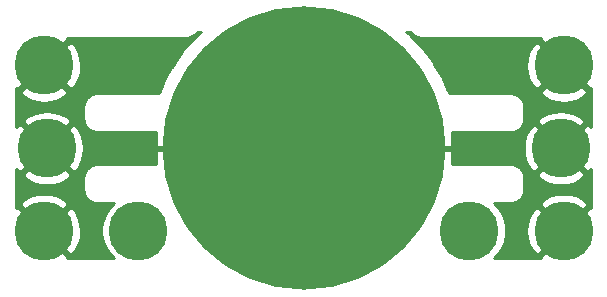
<source format=gbl>
G04 #@! TF.GenerationSoftware,KiCad,Pcbnew,5.1.9+dfsg1-1*
G04 #@! TF.CreationDate,2023-03-08T14:18:00+09:00*
G04 #@! TF.ProjectId,mid,6d69642e-6b69-4636-9164-5f7063625858,rev?*
G04 #@! TF.SameCoordinates,Original*
G04 #@! TF.FileFunction,Copper,L2,Bot*
G04 #@! TF.FilePolarity,Positive*
%FSLAX46Y46*%
G04 Gerber Fmt 4.6, Leading zero omitted, Abs format (unit mm)*
G04 Created by KiCad (PCBNEW 5.1.9+dfsg1-1) date 2023-03-08 14:18:00*
%MOMM*%
%LPD*%
G01*
G04 APERTURE LIST*
G04 #@! TA.AperFunction,ComponentPad*
%ADD10C,5.000000*%
G04 #@! TD*
G04 #@! TA.AperFunction,ComponentPad*
%ADD11C,24.000000*%
G04 #@! TD*
G04 #@! TA.AperFunction,ComponentPad*
%ADD12C,3.500000*%
G04 #@! TD*
G04 #@! TA.AperFunction,Conductor*
%ADD13C,0.254000*%
G04 #@! TD*
G04 #@! TA.AperFunction,Conductor*
%ADD14C,0.100000*%
G04 #@! TD*
G04 APERTURE END LIST*
D10*
X197000000Y-113000000D03*
X153000000Y-127000000D03*
X189000000Y-127000000D03*
X153000000Y-113000000D03*
X153250000Y-120000000D03*
X196750000Y-120000000D03*
X161000000Y-127000000D03*
X197000000Y-127000000D03*
D11*
X175000000Y-120000000D03*
D12*
X180656854Y-114343146D03*
X169343146Y-114343146D03*
X169343146Y-125656854D03*
X180656854Y-125656854D03*
D13*
X165601988Y-110789287D02*
X165579521Y-110812340D01*
X165556661Y-110835149D01*
X165550559Y-110842055D01*
X164633849Y-111894274D01*
X164614078Y-111919705D01*
X164593917Y-111944903D01*
X164588630Y-111952437D01*
X164588623Y-111952446D01*
X164588618Y-111952455D01*
X163794915Y-113100294D01*
X163778109Y-113127759D01*
X163760876Y-113155058D01*
X163756456Y-113163144D01*
X163095643Y-114392312D01*
X163081995Y-114421496D01*
X163067920Y-114450531D01*
X163064429Y-114459059D01*
X162710955Y-115340002D01*
X157467581Y-115340000D01*
X157439671Y-115342749D01*
X157436692Y-115342728D01*
X157427521Y-115343627D01*
X157379344Y-115348690D01*
X157370617Y-115349550D01*
X157370326Y-115349638D01*
X157330472Y-115353827D01*
X157271853Y-115365860D01*
X157213115Y-115377064D01*
X157204293Y-115379728D01*
X157111074Y-115408584D01*
X157055936Y-115431762D01*
X157000462Y-115454175D01*
X156992333Y-115458498D01*
X156992329Y-115458500D01*
X156992326Y-115458502D01*
X156906488Y-115504915D01*
X156856912Y-115538355D01*
X156806843Y-115571119D01*
X156799702Y-115576943D01*
X156724513Y-115639145D01*
X156682360Y-115681594D01*
X156639628Y-115723439D01*
X156633754Y-115730540D01*
X156572078Y-115806161D01*
X156538987Y-115855966D01*
X156505173Y-115905350D01*
X156500791Y-115913456D01*
X156454979Y-115999617D01*
X156432190Y-116054909D01*
X156408621Y-116109898D01*
X156405896Y-116118701D01*
X156377691Y-116212119D01*
X156366066Y-116270826D01*
X156353634Y-116329316D01*
X156352672Y-116338470D01*
X156352671Y-116338476D01*
X156352671Y-116338481D01*
X156343149Y-116435598D01*
X156343149Y-116435608D01*
X156340000Y-116467581D01*
X156339999Y-117526159D01*
X156342748Y-117554069D01*
X156342727Y-117557049D01*
X156343626Y-117566220D01*
X156348690Y-117614404D01*
X156349549Y-117623123D01*
X156349637Y-117623414D01*
X156353826Y-117663268D01*
X156365860Y-117721893D01*
X156377063Y-117780625D01*
X156379727Y-117789447D01*
X156408583Y-117882666D01*
X156431766Y-117937816D01*
X156454174Y-117993278D01*
X156458501Y-118001414D01*
X156504913Y-118087252D01*
X156538361Y-118136839D01*
X156571118Y-118186897D01*
X156576942Y-118194038D01*
X156639144Y-118269227D01*
X156681593Y-118311380D01*
X156723438Y-118354112D01*
X156730539Y-118359986D01*
X156806159Y-118421662D01*
X156856024Y-118454793D01*
X156905349Y-118488566D01*
X156913444Y-118492943D01*
X156913447Y-118492945D01*
X156913450Y-118492946D01*
X156913455Y-118492949D01*
X156999616Y-118538761D01*
X157054908Y-118561550D01*
X157109897Y-118585119D01*
X157118700Y-118587844D01*
X157212118Y-118616049D01*
X157270825Y-118627674D01*
X157329315Y-118640106D01*
X157338469Y-118641068D01*
X157338475Y-118641069D01*
X157338480Y-118641069D01*
X157435597Y-118650591D01*
X157467580Y-118653741D01*
X162473956Y-118653741D01*
X162463258Y-119873000D01*
X174693392Y-119873000D01*
X174806251Y-119985859D01*
X174985859Y-119806251D01*
X174873000Y-119693392D01*
X174873000Y-110127000D01*
X175127000Y-110127000D01*
X175127000Y-119693392D01*
X175014141Y-119806251D01*
X175193749Y-119985859D01*
X175306608Y-119873000D01*
X187536742Y-119873000D01*
X187526099Y-118660000D01*
X192532419Y-118660000D01*
X192560329Y-118657251D01*
X192563308Y-118657272D01*
X192572479Y-118656373D01*
X192620648Y-118651310D01*
X192629383Y-118650450D01*
X192629674Y-118650362D01*
X192669527Y-118646173D01*
X192728152Y-118634139D01*
X192786884Y-118622936D01*
X192795706Y-118620272D01*
X192888925Y-118591416D01*
X192944075Y-118568233D01*
X192999537Y-118545825D01*
X193007666Y-118541502D01*
X193007670Y-118541500D01*
X193007673Y-118541498D01*
X193093511Y-118495086D01*
X193143098Y-118461638D01*
X193193156Y-118428881D01*
X193200297Y-118423057D01*
X193275486Y-118360855D01*
X193317639Y-118318406D01*
X193360371Y-118276561D01*
X193366245Y-118269460D01*
X193427921Y-118193840D01*
X193461052Y-118143975D01*
X193494825Y-118094650D01*
X193499208Y-118086544D01*
X193545020Y-118000383D01*
X193567809Y-117945091D01*
X193591378Y-117890102D01*
X193594103Y-117881299D01*
X193619599Y-117796852D01*
X194726457Y-117796852D01*
X196750000Y-119820395D01*
X198773543Y-117796852D01*
X198497373Y-117378882D01*
X197952443Y-117088351D01*
X197361304Y-116909713D01*
X196746672Y-116849832D01*
X196132169Y-116911010D01*
X195541408Y-117090897D01*
X195002627Y-117378882D01*
X194726457Y-117796852D01*
X193619599Y-117796852D01*
X193622308Y-117787881D01*
X193633933Y-117729174D01*
X193646365Y-117670684D01*
X193647327Y-117661530D01*
X193647328Y-117661524D01*
X193647328Y-117661519D01*
X193656850Y-117564402D01*
X193660000Y-117532419D01*
X193660000Y-116467581D01*
X193657251Y-116439671D01*
X193657272Y-116436693D01*
X193656373Y-116427522D01*
X193651311Y-116379360D01*
X193650450Y-116370617D01*
X193650362Y-116370325D01*
X193646173Y-116330473D01*
X193634140Y-116271854D01*
X193622936Y-116213116D01*
X193620272Y-116204294D01*
X193591416Y-116111075D01*
X193568238Y-116055937D01*
X193545825Y-116000463D01*
X193541498Y-115992327D01*
X193495085Y-115906489D01*
X193461645Y-115856913D01*
X193428881Y-115806844D01*
X193423057Y-115799703D01*
X193360855Y-115724514D01*
X193318406Y-115682361D01*
X193276561Y-115639629D01*
X193269460Y-115633755D01*
X193193839Y-115572079D01*
X193144034Y-115538988D01*
X193094650Y-115505174D01*
X193086544Y-115500792D01*
X193000383Y-115454980D01*
X192945091Y-115432191D01*
X192890102Y-115408622D01*
X192881299Y-115405897D01*
X192787881Y-115377692D01*
X192729174Y-115366067D01*
X192670684Y-115353635D01*
X192661530Y-115352673D01*
X192661524Y-115352672D01*
X192661519Y-115352672D01*
X192564402Y-115343150D01*
X192532419Y-115340000D01*
X187304534Y-115340000D01*
X187257292Y-115210467D01*
X187254150Y-115203148D01*
X194976457Y-115203148D01*
X195252627Y-115621118D01*
X195797557Y-115911649D01*
X196388696Y-116090287D01*
X197003328Y-116150168D01*
X197617831Y-116088990D01*
X198208592Y-115909103D01*
X198747373Y-115621118D01*
X199023543Y-115203148D01*
X197000000Y-113179605D01*
X194976457Y-115203148D01*
X187254150Y-115203148D01*
X187248720Y-115190502D01*
X187241061Y-115170140D01*
X187237281Y-115161735D01*
X186656080Y-113892983D01*
X186641036Y-113864464D01*
X186626394Y-113835742D01*
X186621702Y-113827811D01*
X186126068Y-113003328D01*
X193849832Y-113003328D01*
X193911010Y-113617831D01*
X194090897Y-114208592D01*
X194378882Y-114747373D01*
X194796852Y-115023543D01*
X196820395Y-113000000D01*
X194796852Y-110976457D01*
X194378882Y-111252627D01*
X194088351Y-111797557D01*
X193909713Y-112388696D01*
X193849832Y-113003328D01*
X186126068Y-113003328D01*
X185902696Y-112631752D01*
X185884592Y-112605125D01*
X185866815Y-112578176D01*
X185861267Y-112570817D01*
X185013419Y-111462359D01*
X184992438Y-111437890D01*
X184971789Y-111413117D01*
X184965466Y-111406434D01*
X184965456Y-111406423D01*
X184965447Y-111406414D01*
X183999332Y-110399382D01*
X183975748Y-110377399D01*
X183952472Y-110355087D01*
X183945432Y-110349140D01*
X183678698Y-110127000D01*
X183969053Y-110127000D01*
X184207586Y-110347112D01*
X184229194Y-110365019D01*
X184236233Y-110372059D01*
X184243394Y-110377859D01*
X184311525Y-110432251D01*
X184358835Y-110462977D01*
X184405349Y-110494825D01*
X184413455Y-110499208D01*
X184499616Y-110545020D01*
X184554908Y-110567809D01*
X184609897Y-110591378D01*
X184618700Y-110594103D01*
X184712118Y-110622308D01*
X184770825Y-110633933D01*
X184829315Y-110646365D01*
X184838469Y-110647327D01*
X184838475Y-110647328D01*
X184838480Y-110647328D01*
X184935597Y-110656850D01*
X184967580Y-110660000D01*
X195066881Y-110660000D01*
X194976457Y-110796852D01*
X197000000Y-112820395D01*
X197014143Y-112806253D01*
X197193748Y-112985858D01*
X197179605Y-113000000D01*
X199203148Y-115023543D01*
X199339999Y-114933120D01*
X199340000Y-118232066D01*
X198953148Y-117976457D01*
X196929605Y-120000000D01*
X198953148Y-122023543D01*
X199340000Y-121767934D01*
X199340001Y-125066881D01*
X199203148Y-124976457D01*
X197179605Y-127000000D01*
X197193748Y-127014143D01*
X197014143Y-127193748D01*
X197000000Y-127179605D01*
X194976457Y-129203148D01*
X195066881Y-129340000D01*
X191093560Y-129340000D01*
X191435114Y-128998446D01*
X191778201Y-128484979D01*
X192014524Y-127914446D01*
X192135000Y-127308771D01*
X192135000Y-127003328D01*
X193849832Y-127003328D01*
X193911010Y-127617831D01*
X194090897Y-128208592D01*
X194378882Y-128747373D01*
X194796852Y-129023543D01*
X196820395Y-127000000D01*
X194796852Y-124976457D01*
X194378882Y-125252627D01*
X194088351Y-125797557D01*
X193909713Y-126388696D01*
X193849832Y-127003328D01*
X192135000Y-127003328D01*
X192135000Y-126691229D01*
X192014524Y-126085554D01*
X191778201Y-125515021D01*
X191435114Y-125001554D01*
X191230412Y-124796852D01*
X194976457Y-124796852D01*
X197000000Y-126820395D01*
X199023543Y-124796852D01*
X198747373Y-124378882D01*
X198202443Y-124088351D01*
X197611304Y-123909713D01*
X196996672Y-123849832D01*
X196382169Y-123911010D01*
X195791408Y-124090897D01*
X195252627Y-124378882D01*
X194976457Y-124796852D01*
X191230412Y-124796852D01*
X191093559Y-124659999D01*
X192532418Y-124660000D01*
X192560328Y-124657251D01*
X192563308Y-124657272D01*
X192572479Y-124656373D01*
X192620663Y-124651309D01*
X192629382Y-124650450D01*
X192629673Y-124650362D01*
X192669527Y-124646173D01*
X192728152Y-124634139D01*
X192786884Y-124622936D01*
X192795706Y-124620272D01*
X192888925Y-124591416D01*
X192944075Y-124568233D01*
X192999537Y-124545825D01*
X193007666Y-124541502D01*
X193007670Y-124541500D01*
X193007673Y-124541498D01*
X193093511Y-124495086D01*
X193143098Y-124461638D01*
X193193156Y-124428881D01*
X193200297Y-124423057D01*
X193275486Y-124360855D01*
X193317639Y-124318406D01*
X193360371Y-124276561D01*
X193366245Y-124269460D01*
X193427921Y-124193840D01*
X193461052Y-124143975D01*
X193494825Y-124094650D01*
X193499208Y-124086544D01*
X193545020Y-124000383D01*
X193567809Y-123945091D01*
X193591378Y-123890102D01*
X193594103Y-123881299D01*
X193622308Y-123787881D01*
X193633933Y-123729174D01*
X193646365Y-123670684D01*
X193647327Y-123661530D01*
X193647328Y-123661524D01*
X193647328Y-123661519D01*
X193656850Y-123564402D01*
X193660000Y-123532419D01*
X193660000Y-122467580D01*
X193657251Y-122439670D01*
X193657272Y-122436692D01*
X193656373Y-122427521D01*
X193651311Y-122379359D01*
X193650450Y-122370616D01*
X193650362Y-122370324D01*
X193646173Y-122330472D01*
X193634137Y-122271838D01*
X193622936Y-122213115D01*
X193620272Y-122204293D01*
X193619918Y-122203148D01*
X194726457Y-122203148D01*
X195002627Y-122621118D01*
X195547557Y-122911649D01*
X196138696Y-123090287D01*
X196753328Y-123150168D01*
X197367831Y-123088990D01*
X197958592Y-122909103D01*
X198497373Y-122621118D01*
X198773543Y-122203148D01*
X196750000Y-120179605D01*
X194726457Y-122203148D01*
X193619918Y-122203148D01*
X193591416Y-122111074D01*
X193568238Y-122055936D01*
X193545825Y-122000462D01*
X193541498Y-121992326D01*
X193495085Y-121906488D01*
X193461645Y-121856912D01*
X193428881Y-121806843D01*
X193423057Y-121799702D01*
X193360855Y-121724513D01*
X193318406Y-121682360D01*
X193276561Y-121639628D01*
X193269460Y-121633754D01*
X193193839Y-121572078D01*
X193144034Y-121538987D01*
X193094650Y-121505173D01*
X193086544Y-121500791D01*
X193000383Y-121454979D01*
X192945091Y-121432190D01*
X192890102Y-121408621D01*
X192881299Y-121405896D01*
X192787881Y-121377691D01*
X192729174Y-121366066D01*
X192670684Y-121353634D01*
X192661530Y-121352672D01*
X192661524Y-121352671D01*
X192661519Y-121352671D01*
X192564402Y-121343149D01*
X192564401Y-121343149D01*
X192532418Y-121339999D01*
X187526099Y-121340000D01*
X187536742Y-120127000D01*
X175306608Y-120127000D01*
X175193749Y-120014141D01*
X175014141Y-120193749D01*
X175127000Y-120306608D01*
X175127000Y-129873000D01*
X174873000Y-129873000D01*
X174873000Y-120306608D01*
X174985859Y-120193749D01*
X174806251Y-120014141D01*
X174693392Y-120127000D01*
X162463258Y-120127000D01*
X162474027Y-121354360D01*
X157469339Y-121346774D01*
X157440448Y-121349575D01*
X157436692Y-121349549D01*
X157427521Y-121350448D01*
X157380763Y-121355362D01*
X157372361Y-121356177D01*
X157372013Y-121356282D01*
X157330472Y-121360648D01*
X157271853Y-121372681D01*
X157213115Y-121383885D01*
X157204293Y-121386549D01*
X157111074Y-121415405D01*
X157055936Y-121438583D01*
X157000462Y-121460996D01*
X156992333Y-121465319D01*
X156992329Y-121465321D01*
X156992326Y-121465323D01*
X156906488Y-121511736D01*
X156856912Y-121545176D01*
X156806843Y-121577940D01*
X156799702Y-121583764D01*
X156724513Y-121645966D01*
X156682360Y-121688415D01*
X156639628Y-121730260D01*
X156633754Y-121737361D01*
X156572078Y-121812982D01*
X156538987Y-121862787D01*
X156505173Y-121912171D01*
X156500791Y-121920277D01*
X156454979Y-122006438D01*
X156432190Y-122061730D01*
X156408621Y-122116719D01*
X156405896Y-122125522D01*
X156377691Y-122218940D01*
X156366066Y-122277647D01*
X156353634Y-122336137D01*
X156352672Y-122345291D01*
X156352671Y-122345297D01*
X156352671Y-122345302D01*
X156343149Y-122442419D01*
X156339999Y-122474403D01*
X156340000Y-123539239D01*
X156342652Y-123566163D01*
X156342633Y-123568374D01*
X156343519Y-123577547D01*
X156348695Y-123627522D01*
X156349550Y-123636203D01*
X156349617Y-123636424D01*
X156353572Y-123674610D01*
X156365506Y-123733197D01*
X156376631Y-123792002D01*
X156379281Y-123800828D01*
X156407996Y-123894091D01*
X156431096Y-123949277D01*
X156453417Y-124004767D01*
X156457731Y-124012910D01*
X156504014Y-124098818D01*
X156537374Y-124148438D01*
X156570066Y-124198564D01*
X156575880Y-124205714D01*
X156637968Y-124280998D01*
X156680318Y-124323181D01*
X156722140Y-124366018D01*
X156729232Y-124371902D01*
X156804759Y-124433691D01*
X156854530Y-124466868D01*
X156903838Y-124500740D01*
X156911937Y-124505135D01*
X156998028Y-124551078D01*
X157053300Y-124573957D01*
X157108246Y-124597606D01*
X157117045Y-124600344D01*
X157210420Y-124628690D01*
X157269079Y-124640397D01*
X157327572Y-124652924D01*
X157336733Y-124653900D01*
X157336739Y-124653901D01*
X157336745Y-124653901D01*
X157433838Y-124663570D01*
X157433839Y-124663570D01*
X157465822Y-124666769D01*
X158897501Y-124668939D01*
X158564886Y-125001554D01*
X158221799Y-125515021D01*
X157985476Y-126085554D01*
X157865000Y-126691229D01*
X157865000Y-127308771D01*
X157985476Y-127914446D01*
X158221799Y-128484979D01*
X158564886Y-128998446D01*
X158906440Y-129340000D01*
X154933119Y-129340000D01*
X155023543Y-129203148D01*
X153000000Y-127179605D01*
X152985858Y-127193748D01*
X152806253Y-127014143D01*
X152820395Y-127000000D01*
X153179605Y-127000000D01*
X155203148Y-129023543D01*
X155621118Y-128747373D01*
X155911649Y-128202443D01*
X156090287Y-127611304D01*
X156150168Y-126996672D01*
X156088990Y-126382169D01*
X155909103Y-125791408D01*
X155621118Y-125252627D01*
X155203148Y-124976457D01*
X153179605Y-127000000D01*
X152820395Y-127000000D01*
X150796852Y-124976457D01*
X150659999Y-125066881D01*
X150659999Y-124796852D01*
X150976457Y-124796852D01*
X153000000Y-126820395D01*
X155023543Y-124796852D01*
X154747373Y-124378882D01*
X154202443Y-124088351D01*
X153611304Y-123909713D01*
X152996672Y-123849832D01*
X152382169Y-123911010D01*
X151791408Y-124090897D01*
X151252627Y-124378882D01*
X150976457Y-124796852D01*
X150659999Y-124796852D01*
X150659999Y-122203148D01*
X151226457Y-122203148D01*
X151502627Y-122621118D01*
X152047557Y-122911649D01*
X152638696Y-123090287D01*
X153253328Y-123150168D01*
X153867831Y-123088990D01*
X154458592Y-122909103D01*
X154997373Y-122621118D01*
X155273543Y-122203148D01*
X153250000Y-120179605D01*
X151226457Y-122203148D01*
X150659999Y-122203148D01*
X150659999Y-121767933D01*
X151046852Y-122023543D01*
X153070395Y-120000000D01*
X153429605Y-120000000D01*
X155453148Y-122023543D01*
X155871118Y-121747373D01*
X156161649Y-121202443D01*
X156340287Y-120611304D01*
X156399519Y-120003328D01*
X193599832Y-120003328D01*
X193661010Y-120617831D01*
X193840897Y-121208592D01*
X194128882Y-121747373D01*
X194546852Y-122023543D01*
X196570395Y-120000000D01*
X194546852Y-117976457D01*
X194128882Y-118252627D01*
X193838351Y-118797557D01*
X193659713Y-119388696D01*
X193599832Y-120003328D01*
X156399519Y-120003328D01*
X156400168Y-119996672D01*
X156338990Y-119382169D01*
X156159103Y-118791408D01*
X155871118Y-118252627D01*
X155453148Y-117976457D01*
X153429605Y-120000000D01*
X153070395Y-120000000D01*
X151046852Y-117976457D01*
X150659999Y-118232067D01*
X150659999Y-117796852D01*
X151226457Y-117796852D01*
X153250000Y-119820395D01*
X155273543Y-117796852D01*
X154997373Y-117378882D01*
X154452443Y-117088351D01*
X153861304Y-116909713D01*
X153246672Y-116849832D01*
X152632169Y-116911010D01*
X152041408Y-117090897D01*
X151502627Y-117378882D01*
X151226457Y-117796852D01*
X150659999Y-117796852D01*
X150659999Y-115203148D01*
X150976457Y-115203148D01*
X151252627Y-115621118D01*
X151797557Y-115911649D01*
X152388696Y-116090287D01*
X153003328Y-116150168D01*
X153617831Y-116088990D01*
X154208592Y-115909103D01*
X154747373Y-115621118D01*
X155023543Y-115203148D01*
X153000000Y-113179605D01*
X150976457Y-115203148D01*
X150659999Y-115203148D01*
X150659999Y-114933119D01*
X150796852Y-115023543D01*
X152820395Y-113000000D01*
X153179605Y-113000000D01*
X155203148Y-115023543D01*
X155621118Y-114747373D01*
X155911649Y-114202443D01*
X156090287Y-113611304D01*
X156150168Y-112996672D01*
X156088990Y-112382169D01*
X155909103Y-111791408D01*
X155621118Y-111252627D01*
X155203148Y-110976457D01*
X153179605Y-113000000D01*
X152820395Y-113000000D01*
X152806253Y-112985858D01*
X152985858Y-112806253D01*
X153000000Y-112820395D01*
X155023543Y-110796852D01*
X154933119Y-110660000D01*
X165032418Y-110660000D01*
X165061107Y-110657174D01*
X165144384Y-110649887D01*
X165199801Y-110639515D01*
X165255476Y-110630495D01*
X165264369Y-110628078D01*
X165358356Y-110601831D01*
X165414098Y-110580206D01*
X165470188Y-110559344D01*
X165478442Y-110555246D01*
X165565541Y-110511244D01*
X165616036Y-110479195D01*
X165666998Y-110447840D01*
X165674298Y-110442216D01*
X165751192Y-110382134D01*
X165752473Y-110380914D01*
X165773925Y-110363541D01*
X166050363Y-110127000D01*
X166323809Y-110127000D01*
X165601988Y-110789287D01*
G04 #@! TA.AperFunction,Conductor*
D14*
G36*
X165601988Y-110789287D02*
G01*
X165579521Y-110812340D01*
X165556661Y-110835149D01*
X165550559Y-110842055D01*
X164633849Y-111894274D01*
X164614078Y-111919705D01*
X164593917Y-111944903D01*
X164588630Y-111952437D01*
X164588623Y-111952446D01*
X164588618Y-111952455D01*
X163794915Y-113100294D01*
X163778109Y-113127759D01*
X163760876Y-113155058D01*
X163756456Y-113163144D01*
X163095643Y-114392312D01*
X163081995Y-114421496D01*
X163067920Y-114450531D01*
X163064429Y-114459059D01*
X162710955Y-115340002D01*
X157467581Y-115340000D01*
X157439671Y-115342749D01*
X157436692Y-115342728D01*
X157427521Y-115343627D01*
X157379344Y-115348690D01*
X157370617Y-115349550D01*
X157370326Y-115349638D01*
X157330472Y-115353827D01*
X157271853Y-115365860D01*
X157213115Y-115377064D01*
X157204293Y-115379728D01*
X157111074Y-115408584D01*
X157055936Y-115431762D01*
X157000462Y-115454175D01*
X156992333Y-115458498D01*
X156992329Y-115458500D01*
X156992326Y-115458502D01*
X156906488Y-115504915D01*
X156856912Y-115538355D01*
X156806843Y-115571119D01*
X156799702Y-115576943D01*
X156724513Y-115639145D01*
X156682360Y-115681594D01*
X156639628Y-115723439D01*
X156633754Y-115730540D01*
X156572078Y-115806161D01*
X156538987Y-115855966D01*
X156505173Y-115905350D01*
X156500791Y-115913456D01*
X156454979Y-115999617D01*
X156432190Y-116054909D01*
X156408621Y-116109898D01*
X156405896Y-116118701D01*
X156377691Y-116212119D01*
X156366066Y-116270826D01*
X156353634Y-116329316D01*
X156352672Y-116338470D01*
X156352671Y-116338476D01*
X156352671Y-116338481D01*
X156343149Y-116435598D01*
X156343149Y-116435608D01*
X156340000Y-116467581D01*
X156339999Y-117526159D01*
X156342748Y-117554069D01*
X156342727Y-117557049D01*
X156343626Y-117566220D01*
X156348690Y-117614404D01*
X156349549Y-117623123D01*
X156349637Y-117623414D01*
X156353826Y-117663268D01*
X156365860Y-117721893D01*
X156377063Y-117780625D01*
X156379727Y-117789447D01*
X156408583Y-117882666D01*
X156431766Y-117937816D01*
X156454174Y-117993278D01*
X156458501Y-118001414D01*
X156504913Y-118087252D01*
X156538361Y-118136839D01*
X156571118Y-118186897D01*
X156576942Y-118194038D01*
X156639144Y-118269227D01*
X156681593Y-118311380D01*
X156723438Y-118354112D01*
X156730539Y-118359986D01*
X156806159Y-118421662D01*
X156856024Y-118454793D01*
X156905349Y-118488566D01*
X156913444Y-118492943D01*
X156913447Y-118492945D01*
X156913450Y-118492946D01*
X156913455Y-118492949D01*
X156999616Y-118538761D01*
X157054908Y-118561550D01*
X157109897Y-118585119D01*
X157118700Y-118587844D01*
X157212118Y-118616049D01*
X157270825Y-118627674D01*
X157329315Y-118640106D01*
X157338469Y-118641068D01*
X157338475Y-118641069D01*
X157338480Y-118641069D01*
X157435597Y-118650591D01*
X157467580Y-118653741D01*
X162473956Y-118653741D01*
X162463258Y-119873000D01*
X174693392Y-119873000D01*
X174806251Y-119985859D01*
X174985859Y-119806251D01*
X174873000Y-119693392D01*
X174873000Y-110127000D01*
X175127000Y-110127000D01*
X175127000Y-119693392D01*
X175014141Y-119806251D01*
X175193749Y-119985859D01*
X175306608Y-119873000D01*
X187536742Y-119873000D01*
X187526099Y-118660000D01*
X192532419Y-118660000D01*
X192560329Y-118657251D01*
X192563308Y-118657272D01*
X192572479Y-118656373D01*
X192620648Y-118651310D01*
X192629383Y-118650450D01*
X192629674Y-118650362D01*
X192669527Y-118646173D01*
X192728152Y-118634139D01*
X192786884Y-118622936D01*
X192795706Y-118620272D01*
X192888925Y-118591416D01*
X192944075Y-118568233D01*
X192999537Y-118545825D01*
X193007666Y-118541502D01*
X193007670Y-118541500D01*
X193007673Y-118541498D01*
X193093511Y-118495086D01*
X193143098Y-118461638D01*
X193193156Y-118428881D01*
X193200297Y-118423057D01*
X193275486Y-118360855D01*
X193317639Y-118318406D01*
X193360371Y-118276561D01*
X193366245Y-118269460D01*
X193427921Y-118193840D01*
X193461052Y-118143975D01*
X193494825Y-118094650D01*
X193499208Y-118086544D01*
X193545020Y-118000383D01*
X193567809Y-117945091D01*
X193591378Y-117890102D01*
X193594103Y-117881299D01*
X193619599Y-117796852D01*
X194726457Y-117796852D01*
X196750000Y-119820395D01*
X198773543Y-117796852D01*
X198497373Y-117378882D01*
X197952443Y-117088351D01*
X197361304Y-116909713D01*
X196746672Y-116849832D01*
X196132169Y-116911010D01*
X195541408Y-117090897D01*
X195002627Y-117378882D01*
X194726457Y-117796852D01*
X193619599Y-117796852D01*
X193622308Y-117787881D01*
X193633933Y-117729174D01*
X193646365Y-117670684D01*
X193647327Y-117661530D01*
X193647328Y-117661524D01*
X193647328Y-117661519D01*
X193656850Y-117564402D01*
X193660000Y-117532419D01*
X193660000Y-116467581D01*
X193657251Y-116439671D01*
X193657272Y-116436693D01*
X193656373Y-116427522D01*
X193651311Y-116379360D01*
X193650450Y-116370617D01*
X193650362Y-116370325D01*
X193646173Y-116330473D01*
X193634140Y-116271854D01*
X193622936Y-116213116D01*
X193620272Y-116204294D01*
X193591416Y-116111075D01*
X193568238Y-116055937D01*
X193545825Y-116000463D01*
X193541498Y-115992327D01*
X193495085Y-115906489D01*
X193461645Y-115856913D01*
X193428881Y-115806844D01*
X193423057Y-115799703D01*
X193360855Y-115724514D01*
X193318406Y-115682361D01*
X193276561Y-115639629D01*
X193269460Y-115633755D01*
X193193839Y-115572079D01*
X193144034Y-115538988D01*
X193094650Y-115505174D01*
X193086544Y-115500792D01*
X193000383Y-115454980D01*
X192945091Y-115432191D01*
X192890102Y-115408622D01*
X192881299Y-115405897D01*
X192787881Y-115377692D01*
X192729174Y-115366067D01*
X192670684Y-115353635D01*
X192661530Y-115352673D01*
X192661524Y-115352672D01*
X192661519Y-115352672D01*
X192564402Y-115343150D01*
X192532419Y-115340000D01*
X187304534Y-115340000D01*
X187257292Y-115210467D01*
X187254150Y-115203148D01*
X194976457Y-115203148D01*
X195252627Y-115621118D01*
X195797557Y-115911649D01*
X196388696Y-116090287D01*
X197003328Y-116150168D01*
X197617831Y-116088990D01*
X198208592Y-115909103D01*
X198747373Y-115621118D01*
X199023543Y-115203148D01*
X197000000Y-113179605D01*
X194976457Y-115203148D01*
X187254150Y-115203148D01*
X187248720Y-115190502D01*
X187241061Y-115170140D01*
X187237281Y-115161735D01*
X186656080Y-113892983D01*
X186641036Y-113864464D01*
X186626394Y-113835742D01*
X186621702Y-113827811D01*
X186126068Y-113003328D01*
X193849832Y-113003328D01*
X193911010Y-113617831D01*
X194090897Y-114208592D01*
X194378882Y-114747373D01*
X194796852Y-115023543D01*
X196820395Y-113000000D01*
X194796852Y-110976457D01*
X194378882Y-111252627D01*
X194088351Y-111797557D01*
X193909713Y-112388696D01*
X193849832Y-113003328D01*
X186126068Y-113003328D01*
X185902696Y-112631752D01*
X185884592Y-112605125D01*
X185866815Y-112578176D01*
X185861267Y-112570817D01*
X185013419Y-111462359D01*
X184992438Y-111437890D01*
X184971789Y-111413117D01*
X184965466Y-111406434D01*
X184965456Y-111406423D01*
X184965447Y-111406414D01*
X183999332Y-110399382D01*
X183975748Y-110377399D01*
X183952472Y-110355087D01*
X183945432Y-110349140D01*
X183678698Y-110127000D01*
X183969053Y-110127000D01*
X184207586Y-110347112D01*
X184229194Y-110365019D01*
X184236233Y-110372059D01*
X184243394Y-110377859D01*
X184311525Y-110432251D01*
X184358835Y-110462977D01*
X184405349Y-110494825D01*
X184413455Y-110499208D01*
X184499616Y-110545020D01*
X184554908Y-110567809D01*
X184609897Y-110591378D01*
X184618700Y-110594103D01*
X184712118Y-110622308D01*
X184770825Y-110633933D01*
X184829315Y-110646365D01*
X184838469Y-110647327D01*
X184838475Y-110647328D01*
X184838480Y-110647328D01*
X184935597Y-110656850D01*
X184967580Y-110660000D01*
X195066881Y-110660000D01*
X194976457Y-110796852D01*
X197000000Y-112820395D01*
X197014143Y-112806253D01*
X197193748Y-112985858D01*
X197179605Y-113000000D01*
X199203148Y-115023543D01*
X199339999Y-114933120D01*
X199340000Y-118232066D01*
X198953148Y-117976457D01*
X196929605Y-120000000D01*
X198953148Y-122023543D01*
X199340000Y-121767934D01*
X199340001Y-125066881D01*
X199203148Y-124976457D01*
X197179605Y-127000000D01*
X197193748Y-127014143D01*
X197014143Y-127193748D01*
X197000000Y-127179605D01*
X194976457Y-129203148D01*
X195066881Y-129340000D01*
X191093560Y-129340000D01*
X191435114Y-128998446D01*
X191778201Y-128484979D01*
X192014524Y-127914446D01*
X192135000Y-127308771D01*
X192135000Y-127003328D01*
X193849832Y-127003328D01*
X193911010Y-127617831D01*
X194090897Y-128208592D01*
X194378882Y-128747373D01*
X194796852Y-129023543D01*
X196820395Y-127000000D01*
X194796852Y-124976457D01*
X194378882Y-125252627D01*
X194088351Y-125797557D01*
X193909713Y-126388696D01*
X193849832Y-127003328D01*
X192135000Y-127003328D01*
X192135000Y-126691229D01*
X192014524Y-126085554D01*
X191778201Y-125515021D01*
X191435114Y-125001554D01*
X191230412Y-124796852D01*
X194976457Y-124796852D01*
X197000000Y-126820395D01*
X199023543Y-124796852D01*
X198747373Y-124378882D01*
X198202443Y-124088351D01*
X197611304Y-123909713D01*
X196996672Y-123849832D01*
X196382169Y-123911010D01*
X195791408Y-124090897D01*
X195252627Y-124378882D01*
X194976457Y-124796852D01*
X191230412Y-124796852D01*
X191093559Y-124659999D01*
X192532418Y-124660000D01*
X192560328Y-124657251D01*
X192563308Y-124657272D01*
X192572479Y-124656373D01*
X192620663Y-124651309D01*
X192629382Y-124650450D01*
X192629673Y-124650362D01*
X192669527Y-124646173D01*
X192728152Y-124634139D01*
X192786884Y-124622936D01*
X192795706Y-124620272D01*
X192888925Y-124591416D01*
X192944075Y-124568233D01*
X192999537Y-124545825D01*
X193007666Y-124541502D01*
X193007670Y-124541500D01*
X193007673Y-124541498D01*
X193093511Y-124495086D01*
X193143098Y-124461638D01*
X193193156Y-124428881D01*
X193200297Y-124423057D01*
X193275486Y-124360855D01*
X193317639Y-124318406D01*
X193360371Y-124276561D01*
X193366245Y-124269460D01*
X193427921Y-124193840D01*
X193461052Y-124143975D01*
X193494825Y-124094650D01*
X193499208Y-124086544D01*
X193545020Y-124000383D01*
X193567809Y-123945091D01*
X193591378Y-123890102D01*
X193594103Y-123881299D01*
X193622308Y-123787881D01*
X193633933Y-123729174D01*
X193646365Y-123670684D01*
X193647327Y-123661530D01*
X193647328Y-123661524D01*
X193647328Y-123661519D01*
X193656850Y-123564402D01*
X193660000Y-123532419D01*
X193660000Y-122467580D01*
X193657251Y-122439670D01*
X193657272Y-122436692D01*
X193656373Y-122427521D01*
X193651311Y-122379359D01*
X193650450Y-122370616D01*
X193650362Y-122370324D01*
X193646173Y-122330472D01*
X193634137Y-122271838D01*
X193622936Y-122213115D01*
X193620272Y-122204293D01*
X193619918Y-122203148D01*
X194726457Y-122203148D01*
X195002627Y-122621118D01*
X195547557Y-122911649D01*
X196138696Y-123090287D01*
X196753328Y-123150168D01*
X197367831Y-123088990D01*
X197958592Y-122909103D01*
X198497373Y-122621118D01*
X198773543Y-122203148D01*
X196750000Y-120179605D01*
X194726457Y-122203148D01*
X193619918Y-122203148D01*
X193591416Y-122111074D01*
X193568238Y-122055936D01*
X193545825Y-122000462D01*
X193541498Y-121992326D01*
X193495085Y-121906488D01*
X193461645Y-121856912D01*
X193428881Y-121806843D01*
X193423057Y-121799702D01*
X193360855Y-121724513D01*
X193318406Y-121682360D01*
X193276561Y-121639628D01*
X193269460Y-121633754D01*
X193193839Y-121572078D01*
X193144034Y-121538987D01*
X193094650Y-121505173D01*
X193086544Y-121500791D01*
X193000383Y-121454979D01*
X192945091Y-121432190D01*
X192890102Y-121408621D01*
X192881299Y-121405896D01*
X192787881Y-121377691D01*
X192729174Y-121366066D01*
X192670684Y-121353634D01*
X192661530Y-121352672D01*
X192661524Y-121352671D01*
X192661519Y-121352671D01*
X192564402Y-121343149D01*
X192564401Y-121343149D01*
X192532418Y-121339999D01*
X187526099Y-121340000D01*
X187536742Y-120127000D01*
X175306608Y-120127000D01*
X175193749Y-120014141D01*
X175014141Y-120193749D01*
X175127000Y-120306608D01*
X175127000Y-129873000D01*
X174873000Y-129873000D01*
X174873000Y-120306608D01*
X174985859Y-120193749D01*
X174806251Y-120014141D01*
X174693392Y-120127000D01*
X162463258Y-120127000D01*
X162474027Y-121354360D01*
X157469339Y-121346774D01*
X157440448Y-121349575D01*
X157436692Y-121349549D01*
X157427521Y-121350448D01*
X157380763Y-121355362D01*
X157372361Y-121356177D01*
X157372013Y-121356282D01*
X157330472Y-121360648D01*
X157271853Y-121372681D01*
X157213115Y-121383885D01*
X157204293Y-121386549D01*
X157111074Y-121415405D01*
X157055936Y-121438583D01*
X157000462Y-121460996D01*
X156992333Y-121465319D01*
X156992329Y-121465321D01*
X156992326Y-121465323D01*
X156906488Y-121511736D01*
X156856912Y-121545176D01*
X156806843Y-121577940D01*
X156799702Y-121583764D01*
X156724513Y-121645966D01*
X156682360Y-121688415D01*
X156639628Y-121730260D01*
X156633754Y-121737361D01*
X156572078Y-121812982D01*
X156538987Y-121862787D01*
X156505173Y-121912171D01*
X156500791Y-121920277D01*
X156454979Y-122006438D01*
X156432190Y-122061730D01*
X156408621Y-122116719D01*
X156405896Y-122125522D01*
X156377691Y-122218940D01*
X156366066Y-122277647D01*
X156353634Y-122336137D01*
X156352672Y-122345291D01*
X156352671Y-122345297D01*
X156352671Y-122345302D01*
X156343149Y-122442419D01*
X156339999Y-122474403D01*
X156340000Y-123539239D01*
X156342652Y-123566163D01*
X156342633Y-123568374D01*
X156343519Y-123577547D01*
X156348695Y-123627522D01*
X156349550Y-123636203D01*
X156349617Y-123636424D01*
X156353572Y-123674610D01*
X156365506Y-123733197D01*
X156376631Y-123792002D01*
X156379281Y-123800828D01*
X156407996Y-123894091D01*
X156431096Y-123949277D01*
X156453417Y-124004767D01*
X156457731Y-124012910D01*
X156504014Y-124098818D01*
X156537374Y-124148438D01*
X156570066Y-124198564D01*
X156575880Y-124205714D01*
X156637968Y-124280998D01*
X156680318Y-124323181D01*
X156722140Y-124366018D01*
X156729232Y-124371902D01*
X156804759Y-124433691D01*
X156854530Y-124466868D01*
X156903838Y-124500740D01*
X156911937Y-124505135D01*
X156998028Y-124551078D01*
X157053300Y-124573957D01*
X157108246Y-124597606D01*
X157117045Y-124600344D01*
X157210420Y-124628690D01*
X157269079Y-124640397D01*
X157327572Y-124652924D01*
X157336733Y-124653900D01*
X157336739Y-124653901D01*
X157336745Y-124653901D01*
X157433838Y-124663570D01*
X157433839Y-124663570D01*
X157465822Y-124666769D01*
X158897501Y-124668939D01*
X158564886Y-125001554D01*
X158221799Y-125515021D01*
X157985476Y-126085554D01*
X157865000Y-126691229D01*
X157865000Y-127308771D01*
X157985476Y-127914446D01*
X158221799Y-128484979D01*
X158564886Y-128998446D01*
X158906440Y-129340000D01*
X154933119Y-129340000D01*
X155023543Y-129203148D01*
X153000000Y-127179605D01*
X152985858Y-127193748D01*
X152806253Y-127014143D01*
X152820395Y-127000000D01*
X153179605Y-127000000D01*
X155203148Y-129023543D01*
X155621118Y-128747373D01*
X155911649Y-128202443D01*
X156090287Y-127611304D01*
X156150168Y-126996672D01*
X156088990Y-126382169D01*
X155909103Y-125791408D01*
X155621118Y-125252627D01*
X155203148Y-124976457D01*
X153179605Y-127000000D01*
X152820395Y-127000000D01*
X150796852Y-124976457D01*
X150659999Y-125066881D01*
X150659999Y-124796852D01*
X150976457Y-124796852D01*
X153000000Y-126820395D01*
X155023543Y-124796852D01*
X154747373Y-124378882D01*
X154202443Y-124088351D01*
X153611304Y-123909713D01*
X152996672Y-123849832D01*
X152382169Y-123911010D01*
X151791408Y-124090897D01*
X151252627Y-124378882D01*
X150976457Y-124796852D01*
X150659999Y-124796852D01*
X150659999Y-122203148D01*
X151226457Y-122203148D01*
X151502627Y-122621118D01*
X152047557Y-122911649D01*
X152638696Y-123090287D01*
X153253328Y-123150168D01*
X153867831Y-123088990D01*
X154458592Y-122909103D01*
X154997373Y-122621118D01*
X155273543Y-122203148D01*
X153250000Y-120179605D01*
X151226457Y-122203148D01*
X150659999Y-122203148D01*
X150659999Y-121767933D01*
X151046852Y-122023543D01*
X153070395Y-120000000D01*
X153429605Y-120000000D01*
X155453148Y-122023543D01*
X155871118Y-121747373D01*
X156161649Y-121202443D01*
X156340287Y-120611304D01*
X156399519Y-120003328D01*
X193599832Y-120003328D01*
X193661010Y-120617831D01*
X193840897Y-121208592D01*
X194128882Y-121747373D01*
X194546852Y-122023543D01*
X196570395Y-120000000D01*
X194546852Y-117976457D01*
X194128882Y-118252627D01*
X193838351Y-118797557D01*
X193659713Y-119388696D01*
X193599832Y-120003328D01*
X156399519Y-120003328D01*
X156400168Y-119996672D01*
X156338990Y-119382169D01*
X156159103Y-118791408D01*
X155871118Y-118252627D01*
X155453148Y-117976457D01*
X153429605Y-120000000D01*
X153070395Y-120000000D01*
X151046852Y-117976457D01*
X150659999Y-118232067D01*
X150659999Y-117796852D01*
X151226457Y-117796852D01*
X153250000Y-119820395D01*
X155273543Y-117796852D01*
X154997373Y-117378882D01*
X154452443Y-117088351D01*
X153861304Y-116909713D01*
X153246672Y-116849832D01*
X152632169Y-116911010D01*
X152041408Y-117090897D01*
X151502627Y-117378882D01*
X151226457Y-117796852D01*
X150659999Y-117796852D01*
X150659999Y-115203148D01*
X150976457Y-115203148D01*
X151252627Y-115621118D01*
X151797557Y-115911649D01*
X152388696Y-116090287D01*
X153003328Y-116150168D01*
X153617831Y-116088990D01*
X154208592Y-115909103D01*
X154747373Y-115621118D01*
X155023543Y-115203148D01*
X153000000Y-113179605D01*
X150976457Y-115203148D01*
X150659999Y-115203148D01*
X150659999Y-114933119D01*
X150796852Y-115023543D01*
X152820395Y-113000000D01*
X153179605Y-113000000D01*
X155203148Y-115023543D01*
X155621118Y-114747373D01*
X155911649Y-114202443D01*
X156090287Y-113611304D01*
X156150168Y-112996672D01*
X156088990Y-112382169D01*
X155909103Y-111791408D01*
X155621118Y-111252627D01*
X155203148Y-110976457D01*
X153179605Y-113000000D01*
X152820395Y-113000000D01*
X152806253Y-112985858D01*
X152985858Y-112806253D01*
X153000000Y-112820395D01*
X155023543Y-110796852D01*
X154933119Y-110660000D01*
X165032418Y-110660000D01*
X165061107Y-110657174D01*
X165144384Y-110649887D01*
X165199801Y-110639515D01*
X165255476Y-110630495D01*
X165264369Y-110628078D01*
X165358356Y-110601831D01*
X165414098Y-110580206D01*
X165470188Y-110559344D01*
X165478442Y-110555246D01*
X165565541Y-110511244D01*
X165616036Y-110479195D01*
X165666998Y-110447840D01*
X165674298Y-110442216D01*
X165751192Y-110382134D01*
X165752473Y-110380914D01*
X165773925Y-110363541D01*
X166050363Y-110127000D01*
X166323809Y-110127000D01*
X165601988Y-110789287D01*
G37*
G04 #@! TD.AperFunction*
M02*

</source>
